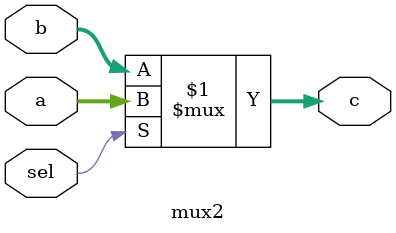
<source format=sv>

`default_nettype none
module lab4top(

    //////////// CLOCK //////////
    CLOCK_50,

    //////////// LED //////////
    LEDR,

    //////////// KEY //////////
    KEY,

    //////////// SW //////////
    SW,

    //////////// SEG7 //////////
    HEX0,
    HEX1,
    HEX2,
    HEX3,
    HEX4,
    HEX5,


);

//=======================================================
//  PORT declarations
//=======================================================

//////////// CLOCK //////////
input                       CLOCK_50;

//////////// LED //////////
output           [9:0]      LEDR;

//////////// KEY //////////
input            [3:0]      KEY;

//////////// SW //////////
input            [9:0]      SW;

//////////// SEG7 //////////
output           [6:0]      HEX0;
output           [6:0]      HEX1;
output           [6:0]      HEX2;
output           [6:0]      HEX3;
output           [6:0]      HEX4;
output           [6:0]      HEX5;


//=======================================================
//  REG/WIRE declarations
//=======================================================
// Input and output declarations
logic CLK_50M;
logic  [7:0] LED;
assign CLK_50M =  CLOCK_50;
assign LEDR[7:0] = LED[7:0];

wire Clock_1KHz, Clock_1Hz;
wire Sample_Clk_Signal;

       
logic [7:0] Seven_Seg_Val[5:0];
logic [3:0] Seven_Seg_Data[5:0];
    
SevenSegmentDisplayDecoder SevenSegmentDisplayDecoder_inst0(.ssOut(Seven_Seg_Val[0]), .nIn(Seven_Seg_Data[0]));
SevenSegmentDisplayDecoder SevenSegmentDisplayDecoder_inst1(.ssOut(Seven_Seg_Val[1]), .nIn(Seven_Seg_Data[1]));
SevenSegmentDisplayDecoder SevenSegmentDisplayDecoder_inst2(.ssOut(Seven_Seg_Val[2]), .nIn(Seven_Seg_Data[2]));
SevenSegmentDisplayDecoder SevenSegmentDisplayDecoder_inst3(.ssOut(Seven_Seg_Val[3]), .nIn(Seven_Seg_Data[3]));
SevenSegmentDisplayDecoder SevenSegmentDisplayDecoder_inst4(.ssOut(Seven_Seg_Val[4]), .nIn(Seven_Seg_Data[4]));
SevenSegmentDisplayDecoder SevenSegmentDisplayDecoder_inst5(.ssOut(Seven_Seg_Val[5]), .nIn(Seven_Seg_Data[5]));

assign HEX0 = Seven_Seg_Val[0];
assign HEX1 = Seven_Seg_Val[1];
assign HEX2 = Seven_Seg_Val[2];
assign HEX3 = Seven_Seg_Val[3];
assign HEX4 = Seven_Seg_Val[4];
assign HEX5 = Seven_Seg_Val[5];
 



logic [31:0]Q;
logic [7:0]address;
logic [7:0]data;
logic wren;
logic [7:0]address1;
logic [7:0]data1;
logic wren1;
logic [7:0]address2;
logic [7:0]data2;
logic wren2;
logic [7:0] datain;
logic reset;
logic writing;
logic doneinput;
logic swapping;
logic doneswap;
logic restartcounter1;
logic restartcounter2;
logic [31:0] count;
logic [31:0] j;
logic [23:0] secret_key_24_bit;
logic test;
logic [7:0] valuei;
logic [7:0] valuej;

counter counterinmemory (.clk(CLK_50M), .reset(restartcounter1),.Q(Q),.writing(writing));
counter counterswapmemory (.clk(doneswap), .reset(doneinput), .Q(count),.writing(swapping));
statemachine1 storingmemory(.clk(CLK_50M),.reset(reset),.writing(writing),.doneinput(doneinput),.wren(wren1),.address(address1),.data(data1),.Q(Q));
statemachine2 swappingmemory(.clk(CLK_50M),
.reset(reset), 
.swapping(swapping), 
.wren(wren2),
.doneswap(doneswap),
.j(j),
.data(data2),
.valuej(valuej),
.valuei(valuei),
.count(count),
.secret_key_24_bit(secret_key_24_bit),
.address(address2),
.datain(datain)
);


//wren write read enable?1 write? looks like always reading value
s_memory forloop1(.address(address),.clock(CLK_50M),.data(data),.wren(wren),.q(datain));
mux2 muxaddress(.sel(writing), .a(address2),.b(address1),.c(address));
mux2 muxdata(.sel(writing), .a(data2),.b(data1),.c(data));
mux2 muxwren(.sel(writing), .a(wren2),.b(wren1),.c(wren));
assign LED[7:0]=KEY[2]?count:{writing,doneswap,doneinput,swapping,restartcounter1,restartcounter2,wren2,wren1};
//assign LED[0] = writing;
//assign LED[1] =doneswap;
//assign LED[2] =doneinput;
//assign LED[3] =swapping;
//assign LED[4] = restartcounter1;
//assign LED[5] =restartcounter2;
//assign LED[6] =wren2;
//assign LED[7] =wren1;


assign secret_key_24_bit = 24'b00000000_00000010_01001001;

endmodule 


module counter(input logic clk, 
input logic reset,
 output logic [31:0] Q,
 output logic writing);
always_ff @ (posedge (clk))
begin 
	if (reset)
		begin
		Q=32'b0;
		writing=1'b0;
		end
	else if (Q>32'd255)begin
		Q=Q;
		writing<=1'b1;
		end
	else begin
		Q=Q+32'b1;
		writing=1'b0;
		end
end
endmodule

module counter2(input logic clk, 
input logic reset,
 output logic [31:0] Q,
 output logic writing);
always_ff @ (posedge (clk))
begin 
	if (reset)
		begin
		Q<=32'b0;
		writing<=1'b0;
		end
	else if (Q>32'd256)begin
		Q<=Q;
		writing<=1'b1;
		end
	else begin
		Q<=Q+32'b1;
		writing<=1'b0;
		end
end
endmodule



module statemachine2 (input logic clk, 
input logic reset, 
input logic swapping, 
output logic wren, 
output logic doneswap,
input logic [7:0] datain,
output logic [7:0] data,
output logic [7:0] address, 
input logic [31:0] count,
output logic [31:0] j,
output logic [7:0] valuei,
output logic [7:0] valuej,
input logic [23:0]secret_key_24_bit);
//logic [31:0] i;
logic [4:0] state;


byte  secret_key [3];
parameter [4:0] idle = 5'b00000;
parameter [4:0] readi = 5'b01001;
parameter [4:0] waitreadi = 5'b01100;
parameter [4:0] storereadi = 5'b01000;
parameter [4:0] determinj = 5'b00001;
parameter [4:0] readj = 5'b10001;
parameter [4:0] waitreadj = 5'b10100;
parameter [4:0] storereadj = 5'b10101;
parameter [4:0] writei = 5'b00010;
parameter [4:0] writej = 5'b00011;
parameter [4:0] waitwritei = 5'b10011;



assign secret_key[0] = secret_key_24_bit[23:16];                           //initializing first part of secret key
assign secret_key[1] = secret_key_24_bit[15:8];                           //initializing second part of secret key
assign secret_key[2] = secret_key_24_bit[7:0];  
assign wren = state[1];
always_ff @ (posedge clk, posedge reset)
	begin
	if (reset) state<=idle;
	else 
		begin
		case(state)
		
		idle: if(swapping==0)begin
		state<=readi;
		end
		else 
		state<=idle;
		
		readi: if(swapping==0)
		begin
		doneswap=1'b0;
		state<=waitreadi;
		address<=count[7:0];
		end
		else
		begin 
		state<=idle;
		end
		
		
		waitreadi:
		state<=storereadi;
		
		storereadi:
		begin
		state<=determinj;
		valuei<=datain;
		data<=datain;
		end
		
		determinj:
		begin
		j<=(j+valuei+ secret_key[(count %3)])%256;
		state<=readj;
		end
		
		readj:
		begin
		state<=waitreadj;
		address<=j[7:0];
		end
		
		
		waitreadj:state<=storereadj;
		
		storereadj:
		begin
		state<=writej;
		valuej<=datain;
		end
		
		writej:
		begin
		address<=j[7:0];
		data<=valuei;
		state<=writei;
		end 
		
		writei:
		begin
		state<=waitwritei;
		address<=count[7:0];
		data<=valuej;
		doneswap<=1'b1;
		end
		
		waitwritei:
		state<=readi;
		
		default:state<=idle;
		endcase
		end
		end
endmodule

/*
module statemachine2 (input logic clk, 
output logic test,
input logic reset, 
input logic swapping, 
output logic wren, 
output logic doneswap,
input logic [7:0] datain,
output logic [7:0] data,
output logic [7:0] address, 
output logic [31:0] count,
output logic [7:0] j,
input logic [23:0]secret_key_24_bit);
//logic [31:0] i;
logic [2:0] state;
logic [7:0] valuei;
logic [7:0] valuej;

byte  secret_key [3];
parameter [3:0] idle = 4'b0000;
parameter [3:0] writei = 4'b0010;
parameter [3:0] determinj = 4'b0001;
parameter [3:0] writej = 4'b0011;
parameter [3:0] waitreadj = 4'b1101;
parameter [3:0] waitreadi = 4'b1100;
parameter [3:0] readi = 4'b0100;
parameter [3:0] readj = 4'b0101;

assign secret_key[0] = secret_key_24_bit[7:0];                           //initializing first part of secret key
assign secret_key[1] = secret_key_24_bit[15:8];                           //initializing second part of secret key
assign secret_key[2] = secret_key_24_bit[23:16];  
assign wren = state[1];

always_ff @ (posedge clk, posedge reset)
	begin
	if (reset) state<=idle;
	else 
		begin
		case(state)
		
		idle: if(count<256)begin
			state<=readi;
			doneswap<=1'b0;

			end
			else begin 

			state<=idle;
			doneswap<=1'b0;
			end
		readi: 
			begin
			doneswap<=1'b0;
			state<=waitreadi;
			address<=count[7:0];
			valuei<=datain;
			end
		waitreadi:begin
			state<=determinj;
			address<=count[7:0];
			valuei<=datain;
			end
		determinj:
			begin
			
			j<=j+valuei+ secret_key[(count %3)];
			state<=readj;
			end
		
		readj:
			begin
			state<=waitreadj;
			address<=j;
			valuej<=datain;
			end
		waitreadj:begin
			state<=writei;
			address<=j;
			valuej<=datain;
			end
		writei:
			begin
			state<=writej;
			address<=count[7:0];
			data<=valuej;
			end 
		
		writej:if (count>255) begin
			state<=idle;
			address<=j;
			data<=valuei;
			doneswap<=1'b1;
			test=1'b0;
			end
			else
			begin
			address<=j;
			data<=valuei;
			state<=readi;
			doneswap<=1'b1;
			count<=count+32'b1;
			test=1'b1;
			end
		
		default:state<=idle;
		endcase
		end
		end
endmodule
*/

module statemachine1 (input logic clk,
 input logic reset,
 input logic writing, 
 output logic wren,
 output logic doneinput,
 output logic [7:0] data,
 output logic [7:0] address,
 input logic [31:0] Q);
logic [2:0] state;
parameter [2:0] idle = 3'b000;
parameter [2:0] write = 3'b010;
parameter [2:0] wait1 = 3'b110;
always_ff @ (posedge clk, posedge reset)
	begin
	if (reset) state<=idle;
	else 
		begin
		case(state)
		idle: if(writing==0)begin
			state<=write;
			end
			else
			begin 
	
			state<=idle;
			doneinput<=1'b0;
			end
		write:if(writing==0)begin

			address<=Q[7:0];
			data<=Q[7:0];
			state<= write;
			end	
			else begin
			state<=idle;
			doneinput<=1'b1;
			address<=Q[7:0];
			data<=Q[7:0];
			end
	
		default: state<=idle;
		endcase
		end//end else 
		end//end alwaysff
		
assign wren = state[1];
endmodule

module mux2 #(parameter width = 32)(input logic sel, input logic [width-1:0] a,input logic [width-1:0] b,output logic [width-1:0] c);
assign c=sel?a:b;
endmodule

</source>
